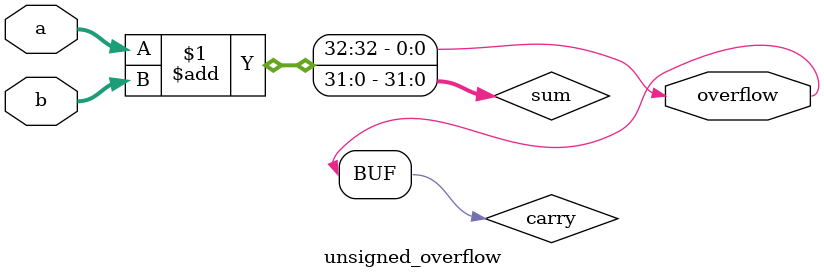
<source format=v>

module unsigned_overflow (
    input [31:0] a,
    input [31:0] b,
    output overflow
);

    // Your code here
    wire [31:0] sum;
    wire       carry;
    assign {carry, sum} = a + b;

    assign overflow = carry;
endmodule

</source>
